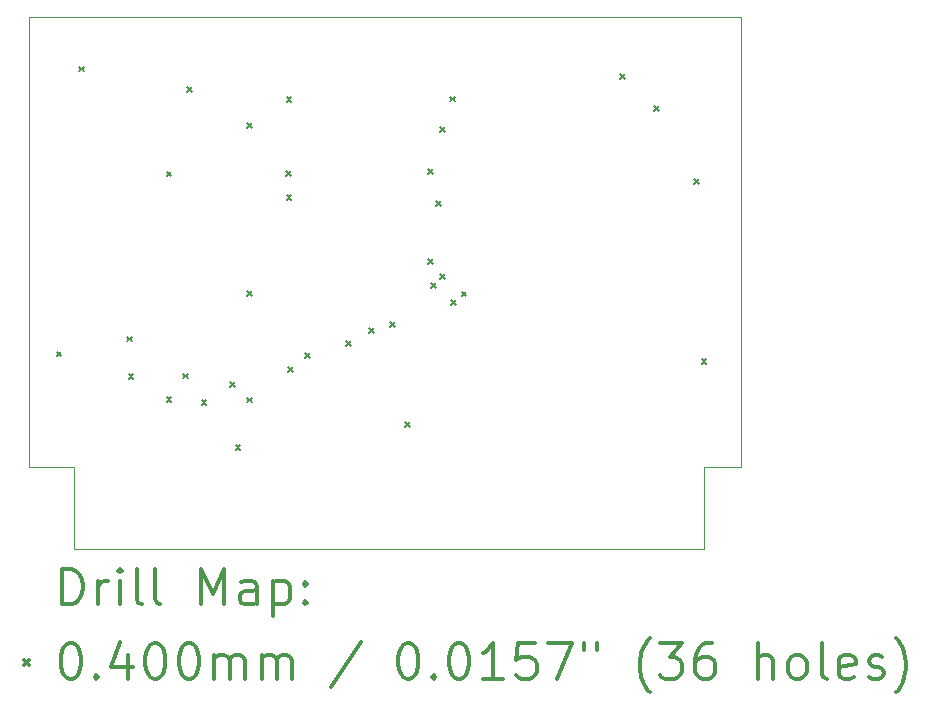
<source format=gbr>
%FSLAX45Y45*%
G04 Gerber Fmt 4.5, Leading zero omitted, Abs format (unit mm)*
G04 Created by KiCad (PCBNEW 5.99.0+really5.1.10+dfsg1-1) date 2022-01-09 16:24:09*
%MOMM*%
%LPD*%
G01*
G04 APERTURE LIST*
%TA.AperFunction,Profile*%
%ADD10C,0.050000*%
%TD*%
%ADD11C,0.200000*%
%ADD12C,0.300000*%
G04 APERTURE END LIST*
D10*
X2159000Y-7556500D02*
X2159000Y-7683500D01*
X8191500Y-7683500D02*
X8191500Y-7556500D01*
X2159000Y-7683500D02*
X2159000Y-8445500D01*
X8191500Y-7683500D02*
X8191500Y-8445500D01*
X7874000Y-12065000D02*
X7874000Y-11366500D01*
X2540000Y-12065000D02*
X7874000Y-12065000D01*
X2540000Y-11366500D02*
X2540000Y-12065000D01*
X2159000Y-11366500D02*
X2540000Y-11366500D01*
X2159000Y-8445500D02*
X2159000Y-11366500D01*
X8191500Y-7556500D02*
X2159000Y-7556500D01*
X8191500Y-11366500D02*
X8191500Y-8445500D01*
X7874000Y-11366500D02*
X8191500Y-11366500D01*
D11*
X2393000Y-10394000D02*
X2433000Y-10434000D01*
X2433000Y-10394000D02*
X2393000Y-10434000D01*
X2583500Y-7981000D02*
X2623500Y-8021000D01*
X2623500Y-7981000D02*
X2583500Y-8021000D01*
X2991630Y-10267000D02*
X3031630Y-10307000D01*
X3031630Y-10267000D02*
X2991630Y-10307000D01*
X3002700Y-10584180D02*
X3042700Y-10624180D01*
X3042700Y-10584180D02*
X3002700Y-10624180D01*
X3323890Y-8870000D02*
X3363890Y-8910000D01*
X3363890Y-8870000D02*
X3323890Y-8910000D01*
X3323890Y-10781270D02*
X3363890Y-10821270D01*
X3363890Y-10781270D02*
X3323890Y-10821270D01*
X3464750Y-10578930D02*
X3504750Y-10618930D01*
X3504750Y-10578930D02*
X3464750Y-10618930D01*
X3500860Y-8155880D02*
X3540860Y-8195880D01*
X3540860Y-8155880D02*
X3500860Y-8195880D01*
X3622080Y-10804570D02*
X3662080Y-10844570D01*
X3662080Y-10804570D02*
X3622080Y-10844570D01*
X3862910Y-10651810D02*
X3902910Y-10691810D01*
X3902910Y-10651810D02*
X3862910Y-10691810D01*
X3908110Y-11183680D02*
X3948110Y-11223680D01*
X3948110Y-11183680D02*
X3908110Y-11223680D01*
X4008470Y-9882520D02*
X4048470Y-9922520D01*
X4048470Y-9882520D02*
X4008470Y-9922520D01*
X4008470Y-10783130D02*
X4048470Y-10823130D01*
X4048470Y-10783130D02*
X4008470Y-10823130D01*
X4009320Y-8461450D02*
X4049320Y-8501450D01*
X4049320Y-8461450D02*
X4009320Y-8501450D01*
X4334030Y-8862840D02*
X4374030Y-8902840D01*
X4374030Y-8862840D02*
X4334030Y-8902840D01*
X4339980Y-8240770D02*
X4379980Y-8280770D01*
X4379980Y-8240770D02*
X4339980Y-8280770D01*
X4340150Y-9069770D02*
X4380150Y-9109770D01*
X4380150Y-9069770D02*
X4340150Y-9109770D01*
X4354060Y-10522920D02*
X4394060Y-10562920D01*
X4394060Y-10522920D02*
X4354060Y-10562920D01*
X4495470Y-10403430D02*
X4535470Y-10443430D01*
X4535470Y-10403430D02*
X4495470Y-10443430D01*
X4846150Y-10301530D02*
X4886150Y-10341530D01*
X4886150Y-10301530D02*
X4846150Y-10341530D01*
X5037020Y-10193840D02*
X5077020Y-10233840D01*
X5077020Y-10193840D02*
X5037020Y-10233840D01*
X5215610Y-10141470D02*
X5255610Y-10181470D01*
X5255610Y-10141470D02*
X5215610Y-10181470D01*
X5341970Y-10987430D02*
X5381970Y-11027430D01*
X5381970Y-10987430D02*
X5341970Y-11027430D01*
X5539150Y-9607610D02*
X5579150Y-9647610D01*
X5579150Y-9607610D02*
X5539150Y-9647610D01*
X5540090Y-8847880D02*
X5580090Y-8887880D01*
X5580090Y-8847880D02*
X5540090Y-8887880D01*
X5565560Y-9812850D02*
X5605560Y-9852850D01*
X5605560Y-9812850D02*
X5565560Y-9852850D01*
X5603840Y-9120020D02*
X5643840Y-9160020D01*
X5643840Y-9120020D02*
X5603840Y-9160020D01*
X5642380Y-8495250D02*
X5682380Y-8535250D01*
X5682380Y-8495250D02*
X5642380Y-8535250D01*
X5642930Y-9740320D02*
X5682930Y-9780320D01*
X5682930Y-9740320D02*
X5642930Y-9780320D01*
X5725030Y-8235000D02*
X5765030Y-8275000D01*
X5765030Y-8235000D02*
X5725030Y-8275000D01*
X5731080Y-9955060D02*
X5771080Y-9995060D01*
X5771080Y-9955060D02*
X5731080Y-9995060D01*
X5822190Y-9885730D02*
X5862190Y-9925730D01*
X5862190Y-9885730D02*
X5822190Y-9925730D01*
X7164120Y-8044500D02*
X7204120Y-8084500D01*
X7204120Y-8044500D02*
X7164120Y-8084500D01*
X7455280Y-8313560D02*
X7495280Y-8353560D01*
X7495280Y-8313560D02*
X7455280Y-8353560D01*
X7790500Y-8933500D02*
X7830500Y-8973500D01*
X7830500Y-8933500D02*
X7790500Y-8973500D01*
X7854000Y-10457500D02*
X7894000Y-10497500D01*
X7894000Y-10457500D02*
X7854000Y-10497500D01*
D12*
X2442928Y-12533214D02*
X2442928Y-12233214D01*
X2514357Y-12233214D01*
X2557214Y-12247500D01*
X2585786Y-12276071D01*
X2600071Y-12304643D01*
X2614357Y-12361786D01*
X2614357Y-12404643D01*
X2600071Y-12461786D01*
X2585786Y-12490357D01*
X2557214Y-12518929D01*
X2514357Y-12533214D01*
X2442928Y-12533214D01*
X2742928Y-12533214D02*
X2742928Y-12333214D01*
X2742928Y-12390357D02*
X2757214Y-12361786D01*
X2771500Y-12347500D01*
X2800071Y-12333214D01*
X2828643Y-12333214D01*
X2928643Y-12533214D02*
X2928643Y-12333214D01*
X2928643Y-12233214D02*
X2914357Y-12247500D01*
X2928643Y-12261786D01*
X2942928Y-12247500D01*
X2928643Y-12233214D01*
X2928643Y-12261786D01*
X3114357Y-12533214D02*
X3085786Y-12518929D01*
X3071500Y-12490357D01*
X3071500Y-12233214D01*
X3271500Y-12533214D02*
X3242928Y-12518929D01*
X3228643Y-12490357D01*
X3228643Y-12233214D01*
X3614357Y-12533214D02*
X3614357Y-12233214D01*
X3714357Y-12447500D01*
X3814357Y-12233214D01*
X3814357Y-12533214D01*
X4085786Y-12533214D02*
X4085786Y-12376071D01*
X4071500Y-12347500D01*
X4042928Y-12333214D01*
X3985786Y-12333214D01*
X3957214Y-12347500D01*
X4085786Y-12518929D02*
X4057214Y-12533214D01*
X3985786Y-12533214D01*
X3957214Y-12518929D01*
X3942928Y-12490357D01*
X3942928Y-12461786D01*
X3957214Y-12433214D01*
X3985786Y-12418929D01*
X4057214Y-12418929D01*
X4085786Y-12404643D01*
X4228643Y-12333214D02*
X4228643Y-12633214D01*
X4228643Y-12347500D02*
X4257214Y-12333214D01*
X4314357Y-12333214D01*
X4342928Y-12347500D01*
X4357214Y-12361786D01*
X4371500Y-12390357D01*
X4371500Y-12476071D01*
X4357214Y-12504643D01*
X4342928Y-12518929D01*
X4314357Y-12533214D01*
X4257214Y-12533214D01*
X4228643Y-12518929D01*
X4500071Y-12504643D02*
X4514357Y-12518929D01*
X4500071Y-12533214D01*
X4485786Y-12518929D01*
X4500071Y-12504643D01*
X4500071Y-12533214D01*
X4500071Y-12347500D02*
X4514357Y-12361786D01*
X4500071Y-12376071D01*
X4485786Y-12361786D01*
X4500071Y-12347500D01*
X4500071Y-12376071D01*
X2116500Y-13007500D02*
X2156500Y-13047500D01*
X2156500Y-13007500D02*
X2116500Y-13047500D01*
X2500071Y-12863214D02*
X2528643Y-12863214D01*
X2557214Y-12877500D01*
X2571500Y-12891786D01*
X2585786Y-12920357D01*
X2600071Y-12977500D01*
X2600071Y-13048929D01*
X2585786Y-13106071D01*
X2571500Y-13134643D01*
X2557214Y-13148929D01*
X2528643Y-13163214D01*
X2500071Y-13163214D01*
X2471500Y-13148929D01*
X2457214Y-13134643D01*
X2442928Y-13106071D01*
X2428643Y-13048929D01*
X2428643Y-12977500D01*
X2442928Y-12920357D01*
X2457214Y-12891786D01*
X2471500Y-12877500D01*
X2500071Y-12863214D01*
X2728643Y-13134643D02*
X2742928Y-13148929D01*
X2728643Y-13163214D01*
X2714357Y-13148929D01*
X2728643Y-13134643D01*
X2728643Y-13163214D01*
X3000071Y-12963214D02*
X3000071Y-13163214D01*
X2928643Y-12848929D02*
X2857214Y-13063214D01*
X3042928Y-13063214D01*
X3214357Y-12863214D02*
X3242928Y-12863214D01*
X3271500Y-12877500D01*
X3285786Y-12891786D01*
X3300071Y-12920357D01*
X3314357Y-12977500D01*
X3314357Y-13048929D01*
X3300071Y-13106071D01*
X3285786Y-13134643D01*
X3271500Y-13148929D01*
X3242928Y-13163214D01*
X3214357Y-13163214D01*
X3185786Y-13148929D01*
X3171500Y-13134643D01*
X3157214Y-13106071D01*
X3142928Y-13048929D01*
X3142928Y-12977500D01*
X3157214Y-12920357D01*
X3171500Y-12891786D01*
X3185786Y-12877500D01*
X3214357Y-12863214D01*
X3500071Y-12863214D02*
X3528643Y-12863214D01*
X3557214Y-12877500D01*
X3571500Y-12891786D01*
X3585786Y-12920357D01*
X3600071Y-12977500D01*
X3600071Y-13048929D01*
X3585786Y-13106071D01*
X3571500Y-13134643D01*
X3557214Y-13148929D01*
X3528643Y-13163214D01*
X3500071Y-13163214D01*
X3471500Y-13148929D01*
X3457214Y-13134643D01*
X3442928Y-13106071D01*
X3428643Y-13048929D01*
X3428643Y-12977500D01*
X3442928Y-12920357D01*
X3457214Y-12891786D01*
X3471500Y-12877500D01*
X3500071Y-12863214D01*
X3728643Y-13163214D02*
X3728643Y-12963214D01*
X3728643Y-12991786D02*
X3742928Y-12977500D01*
X3771500Y-12963214D01*
X3814357Y-12963214D01*
X3842928Y-12977500D01*
X3857214Y-13006071D01*
X3857214Y-13163214D01*
X3857214Y-13006071D02*
X3871500Y-12977500D01*
X3900071Y-12963214D01*
X3942928Y-12963214D01*
X3971500Y-12977500D01*
X3985786Y-13006071D01*
X3985786Y-13163214D01*
X4128643Y-13163214D02*
X4128643Y-12963214D01*
X4128643Y-12991786D02*
X4142928Y-12977500D01*
X4171500Y-12963214D01*
X4214357Y-12963214D01*
X4242928Y-12977500D01*
X4257214Y-13006071D01*
X4257214Y-13163214D01*
X4257214Y-13006071D02*
X4271500Y-12977500D01*
X4300071Y-12963214D01*
X4342928Y-12963214D01*
X4371500Y-12977500D01*
X4385786Y-13006071D01*
X4385786Y-13163214D01*
X4971500Y-12848929D02*
X4714357Y-13234643D01*
X5357214Y-12863214D02*
X5385786Y-12863214D01*
X5414357Y-12877500D01*
X5428643Y-12891786D01*
X5442928Y-12920357D01*
X5457214Y-12977500D01*
X5457214Y-13048929D01*
X5442928Y-13106071D01*
X5428643Y-13134643D01*
X5414357Y-13148929D01*
X5385786Y-13163214D01*
X5357214Y-13163214D01*
X5328643Y-13148929D01*
X5314357Y-13134643D01*
X5300071Y-13106071D01*
X5285786Y-13048929D01*
X5285786Y-12977500D01*
X5300071Y-12920357D01*
X5314357Y-12891786D01*
X5328643Y-12877500D01*
X5357214Y-12863214D01*
X5585786Y-13134643D02*
X5600071Y-13148929D01*
X5585786Y-13163214D01*
X5571500Y-13148929D01*
X5585786Y-13134643D01*
X5585786Y-13163214D01*
X5785786Y-12863214D02*
X5814357Y-12863214D01*
X5842928Y-12877500D01*
X5857214Y-12891786D01*
X5871500Y-12920357D01*
X5885786Y-12977500D01*
X5885786Y-13048929D01*
X5871500Y-13106071D01*
X5857214Y-13134643D01*
X5842928Y-13148929D01*
X5814357Y-13163214D01*
X5785786Y-13163214D01*
X5757214Y-13148929D01*
X5742928Y-13134643D01*
X5728643Y-13106071D01*
X5714357Y-13048929D01*
X5714357Y-12977500D01*
X5728643Y-12920357D01*
X5742928Y-12891786D01*
X5757214Y-12877500D01*
X5785786Y-12863214D01*
X6171500Y-13163214D02*
X6000071Y-13163214D01*
X6085786Y-13163214D02*
X6085786Y-12863214D01*
X6057214Y-12906071D01*
X6028643Y-12934643D01*
X6000071Y-12948929D01*
X6442928Y-12863214D02*
X6300071Y-12863214D01*
X6285786Y-13006071D01*
X6300071Y-12991786D01*
X6328643Y-12977500D01*
X6400071Y-12977500D01*
X6428643Y-12991786D01*
X6442928Y-13006071D01*
X6457214Y-13034643D01*
X6457214Y-13106071D01*
X6442928Y-13134643D01*
X6428643Y-13148929D01*
X6400071Y-13163214D01*
X6328643Y-13163214D01*
X6300071Y-13148929D01*
X6285786Y-13134643D01*
X6557214Y-12863214D02*
X6757214Y-12863214D01*
X6628643Y-13163214D01*
X6857214Y-12863214D02*
X6857214Y-12920357D01*
X6971500Y-12863214D02*
X6971500Y-12920357D01*
X7414357Y-13277500D02*
X7400071Y-13263214D01*
X7371500Y-13220357D01*
X7357214Y-13191786D01*
X7342928Y-13148929D01*
X7328643Y-13077500D01*
X7328643Y-13020357D01*
X7342928Y-12948929D01*
X7357214Y-12906071D01*
X7371500Y-12877500D01*
X7400071Y-12834643D01*
X7414357Y-12820357D01*
X7500071Y-12863214D02*
X7685786Y-12863214D01*
X7585786Y-12977500D01*
X7628643Y-12977500D01*
X7657214Y-12991786D01*
X7671500Y-13006071D01*
X7685786Y-13034643D01*
X7685786Y-13106071D01*
X7671500Y-13134643D01*
X7657214Y-13148929D01*
X7628643Y-13163214D01*
X7542928Y-13163214D01*
X7514357Y-13148929D01*
X7500071Y-13134643D01*
X7942928Y-12863214D02*
X7885786Y-12863214D01*
X7857214Y-12877500D01*
X7842928Y-12891786D01*
X7814357Y-12934643D01*
X7800071Y-12991786D01*
X7800071Y-13106071D01*
X7814357Y-13134643D01*
X7828643Y-13148929D01*
X7857214Y-13163214D01*
X7914357Y-13163214D01*
X7942928Y-13148929D01*
X7957214Y-13134643D01*
X7971500Y-13106071D01*
X7971500Y-13034643D01*
X7957214Y-13006071D01*
X7942928Y-12991786D01*
X7914357Y-12977500D01*
X7857214Y-12977500D01*
X7828643Y-12991786D01*
X7814357Y-13006071D01*
X7800071Y-13034643D01*
X8328643Y-13163214D02*
X8328643Y-12863214D01*
X8457214Y-13163214D02*
X8457214Y-13006071D01*
X8442928Y-12977500D01*
X8414357Y-12963214D01*
X8371500Y-12963214D01*
X8342928Y-12977500D01*
X8328643Y-12991786D01*
X8642928Y-13163214D02*
X8614357Y-13148929D01*
X8600071Y-13134643D01*
X8585786Y-13106071D01*
X8585786Y-13020357D01*
X8600071Y-12991786D01*
X8614357Y-12977500D01*
X8642928Y-12963214D01*
X8685786Y-12963214D01*
X8714357Y-12977500D01*
X8728643Y-12991786D01*
X8742928Y-13020357D01*
X8742928Y-13106071D01*
X8728643Y-13134643D01*
X8714357Y-13148929D01*
X8685786Y-13163214D01*
X8642928Y-13163214D01*
X8914357Y-13163214D02*
X8885786Y-13148929D01*
X8871500Y-13120357D01*
X8871500Y-12863214D01*
X9142928Y-13148929D02*
X9114357Y-13163214D01*
X9057214Y-13163214D01*
X9028643Y-13148929D01*
X9014357Y-13120357D01*
X9014357Y-13006071D01*
X9028643Y-12977500D01*
X9057214Y-12963214D01*
X9114357Y-12963214D01*
X9142928Y-12977500D01*
X9157214Y-13006071D01*
X9157214Y-13034643D01*
X9014357Y-13063214D01*
X9271500Y-13148929D02*
X9300071Y-13163214D01*
X9357214Y-13163214D01*
X9385786Y-13148929D01*
X9400071Y-13120357D01*
X9400071Y-13106071D01*
X9385786Y-13077500D01*
X9357214Y-13063214D01*
X9314357Y-13063214D01*
X9285786Y-13048929D01*
X9271500Y-13020357D01*
X9271500Y-13006071D01*
X9285786Y-12977500D01*
X9314357Y-12963214D01*
X9357214Y-12963214D01*
X9385786Y-12977500D01*
X9500071Y-13277500D02*
X9514357Y-13263214D01*
X9542928Y-13220357D01*
X9557214Y-13191786D01*
X9571500Y-13148929D01*
X9585786Y-13077500D01*
X9585786Y-13020357D01*
X9571500Y-12948929D01*
X9557214Y-12906071D01*
X9542928Y-12877500D01*
X9514357Y-12834643D01*
X9500071Y-12820357D01*
M02*

</source>
